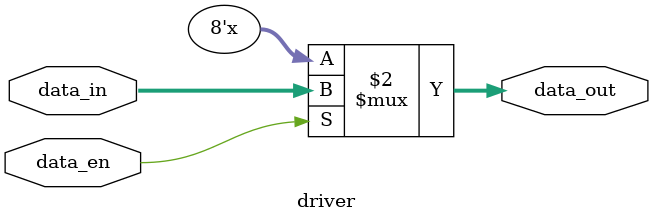
<source format=v>
module driver
#(
    parameter WIDTH = 8
)
(
    input wire [WIDTH-1:0] data_in, 
    input wire data_en,
    output reg [WIDTH-1:0] data_out
);
    always@(data_in, data_en)
      
      data_out = data_en ? data_in : 8'bZ;

endmodule
</source>
